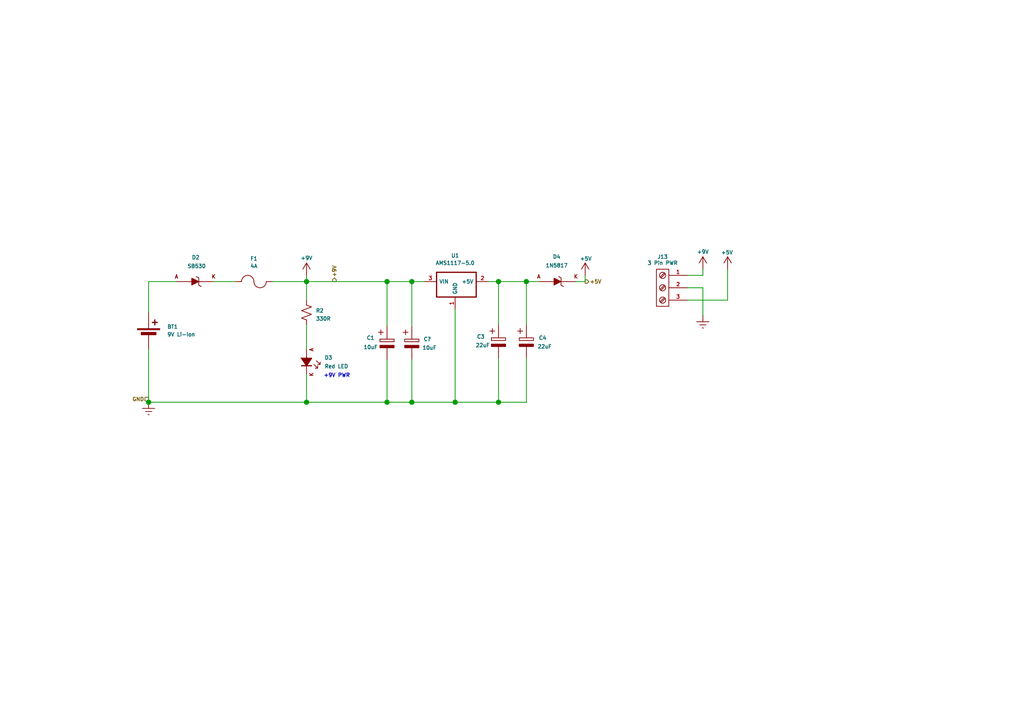
<source format=kicad_sch>
(kicad_sch (version 20250114) (generator "eeschema") (generator_version "9.0")
  (paper "A5")
  (lib_symbols
    (symbol "Connector:Screw_Terminal_01x03" (pin_names (offset 1.016) (hide yes))
      (property "Reference" "J?" (at 0 6.35 0))
      (property "Value" "3 Pin PWR" (at 0 5.08 0))
      (symbol "Screw_Terminal_01x03_1_1"
        (rectangle (start -1.27 3.81) (end 1.27 -3.81) (stroke (width 0.1524)))
        (polyline (pts (xy -0.5334 2.8702) (xy 0.3302 2.032)) (stroke (width 0.1524)))
        (polyline (pts (xy -0.5334 0.3302) (xy 0.3302 -0.508)) (stroke (width 0.1524)))
        (polyline (pts (xy -0.5334 -2.2098) (xy 0.3302 -3.048)) (stroke (width 0.1524)))
        (polyline (pts (xy -0.3556 3.048) (xy 0.508 2.2098)) (stroke (width 0.1524)))
        (polyline (pts (xy -0.3556 0.508) (xy 0.508 -0.3302)) (stroke (width 0.1524)))
        (polyline (pts (xy -0.3556 -2.032) (xy 0.508 -2.8702)) (stroke (width 0.1524)))
        (circle (center 0 2.54) (radius 0.635) (stroke (width 0.1524)))
        (circle (center 0 0) (radius 0.635) (stroke (width 0.1524)))
        (circle (center 0 -2.54) (radius 0.635) (stroke (width 0.1524)))
        (pin passive line (at -5.08 2.54 0) (length 3.81) (name "Pin_1") (number "1"))
        (pin passive line (at -5.08 0 0) (length 3.81) (name "Pin_2") (number "2"))
        (pin passive line (at -5.08 -2.54 0) (length 3.81) (name "Pin_3") (number "3"))
      )
    )
    (symbol "Device:Battery_Cell" (pin_numbers (hide yes)) (pin_names (offset 0) (hide yes))
      (property "Reference" "BT" (at 2.54 2.54 0))
      (property "Value" "Battery_Cell" (at 2.54 0 0))
      (symbol "Battery_Cell_0_1"
        (rectangle (start -2.286 1.778) (end 2.286 1.524) (fill (type outline)))
        (rectangle (start -1.524 1.016) (end 1.524 0.508) (fill (type outline)))
        (polyline (pts (xy 0 1.778) (xy 0 2.54)))
        (polyline (pts (xy 0 0.762) (xy 0 0)))
        (polyline (pts (xy 0.762 3.048) (xy 1.778 3.048)) (stroke (width 0.254)))
        (polyline (pts (xy 1.27 3.556) (xy 1.27 2.54)) (stroke (width 0.254)))
      )
      (symbol "Battery_Cell_1_1"
        (pin passive line (at 0 5.08 270) (length 2.54) (name "+") (number "1"))
        (pin passive line (at 0 -2.54 90) (length 2.54) (name "-") (number "2"))
      )
    )
    (symbol "Device:LED_Small_Filled" (pin_numbers (hide yes)) (pin_names (offset 0.254) (hide yes))
      (property "Reference" "D?" (at 0.762 4.318 90))
      (property "Value" "LED_Small" (at -1.016 4.318 90))
      (symbol "LED_Small_Filled_0_1"
        (polyline (pts (xy -0.762 2.286) (xy -1.27 2.286) (xy -1.27 1.778) (xy -1.27 2.286) (xy -0.508 1.524)))
        (polyline (pts (xy -0.762 -1.016) (xy -0.762 1.016)) (stroke (width 0.254)))
        (polyline (pts (xy 0 2.794) (xy -0.508 2.794) (xy -0.508 2.286) (xy -0.508 2.794) (xy 0.254 2.032)))
        (polyline (pts (xy 0.762 -1.016) (xy -0.762 0) (xy 0.762 1.016) (xy 0.762 -1.016)) (stroke (width 0.254)) (fill (type outline)))
        (polyline (pts (xy 1.016 0) (xy -0.762 0)))
      )
      (symbol "LED_Small_Filled_1_0"
        (pin passive line (at -2.54 0 0) (length 1.778) (name "K") (number "1"))
      )
      (symbol "LED_Small_Filled_1_1"
        (text "K" (at -2.54 1.016 0) (effects (font (size 0.762 0.762))))
        (text "A" (at 2.54 1.016 0) (effects (font (size 0.762 0.762))))
        (pin passive line (at 2.54 0 180) (length 1.778) (name "A") (number "2"))
      )
    )
    (symbol "Device:R_Small_US" (pin_numbers (hide yes)) (pin_names (offset 0.254) (hide yes))
      (property "Reference" "R" (at 0.762 0.508 0))
      (property "Value" "R_Small_US" (at 0.762 -1.016 0))
      (symbol "R_Small_US_1_1"
        (polyline (pts (xy 0 1.524) (xy 1.016 1.143) (xy 0 0.762) (xy -1.016 0.381) (xy 0 0)))
        (polyline (pts (xy 0 0) (xy 1.016 -0.381) (xy 0 -0.762) (xy -1.016 -1.143) (xy 0 -1.524)))
        (pin passive line (at 0 2.54 270) (length 1.016) (name "~") (number "1"))
        (pin passive line (at 0 -2.54 90) (length 1.016) (name "~") (number "2"))
      )
    )
    (symbol "PCM_4ms_Power-symbol:+9V" (power) (pin_names (offset 0))
      (property "Value" "+9V" (at 0 3.556 0))
      (symbol "+9V_0_1"
        (polyline (pts (xy -0.762 1.27) (xy 0 2.54)))
        (polyline (pts (xy 0 2.54) (xy 0.762 1.27)))
        (polyline (pts (xy 0 0) (xy 0 2.54)))
      )
      (symbol "+9V_1_1"
        (pin power_in line (at 0 0 90) (length 0) (hide yes) (name "+9V") (number "1"))
      )
    )
    (symbol "PCM_Capacitor_AKL:CP_Generic" (pin_numbers (hide yes)) (pin_names (offset 0.254))
      (property "Reference" "C?" (at 3.302 1.016 0))
      (property "Value" "CP_Generic" (at 3.175 -0.3809 0))
      (symbol "CP_Generic_0_1"
        (polyline (pts (xy -1.778 2.286) (xy -0.762 2.286)))
        (rectangle (start -1.4605 0.889) (end 1.4605 0.3556))
        (rectangle (start -1.4605 -0.381) (end 1.4605 -0.889) (fill (type outline)))
        (polyline (pts (xy -1.27 2.794) (xy -1.27 1.778)))
      )
      (symbol "CP_Generic_0_2"
        (polyline (pts (xy -2.54 -2.54) (xy -0.6604 -0.6604)))
        (polyline (pts (xy -1.8796 0.6096) (xy 0.6096 -1.8796) (xy 0.9652 -1.524) (xy -1.524 0.9652) (xy -1.8796 0.6096)) (fill (type outline)))
        (polyline (pts (xy -0.9652 1.524) (xy 1.524 -0.9652) (xy 1.8796 -0.6096) (xy -0.6096 1.8796) (xy -0.9652 1.524)))
        (polyline (pts (xy 0 2.032) (xy 1.016 2.032)))
        (polyline (pts (xy 0.508 2.54) (xy 0.508 1.524)))
        (polyline (pts (xy 0.6604 0.6604) (xy 2.54 2.54)))
      )
      (symbol "CP_Generic_1_1"
        (pin passive line (at 0 3.556 270) (length 2.54) (name "~") (number "1"))
        (pin passive line (at 0 -3.302 90) (length 2.54) (name "~") (number "2"))
      )
      (symbol "CP_Generic_1_2"
        (pin passive line (at -2.54 -2.54 90) (length 0) (name "~") (number "2"))
        (pin passive line (at 2.54 2.54 270) (length 0) (name "~") (number "1"))
      )
    )
    (symbol "PCM_Device_AKL:Fuse" (pin_numbers (hide yes)) (pin_names (offset 0))
      (property "Reference" "F" (at 0 4.572 0))
      (property "Value" "Fuse" (at 0 3.175 0))
      (symbol "Fuse_0_1"
        (arc (start -2.54 0) (mid -1.27 1.2645) (end 0 0))
        (arc (start 2.54 0) (mid 1.27 -1.2645) (end 0 0))
      )
      (symbol "Fuse_1_1"
        (pin passive line (at -3.81 0 0) (length 1.27) (name "~") (number "1"))
        (pin passive line (at 3.81 0 180) (length 1.27) (name "~") (number "2"))
      )
    )
    (symbol "PCM_Diode_Schottky_AKL:1N5817" (pin_numbers (hide yes)) (pin_names (offset 1.016) (hide yes))
      (property "Reference" "D?" (at -0.127 5.08 0))
      (property "Value" "1N5817" (at -0.127 3.302 0))
      (symbol "1N5817_0_1"
        (polyline (pts (xy -1.27 0) (xy 1.27 0)))
        (polyline (pts (xy -0.635 -0.635) (xy -0.635 0.635) (xy 0.635 0) (xy -0.635 -0.635)) (stroke (width 0.254)) (fill (type outline)))
        (polyline (pts (xy 1.27 -1.016) (xy 0.762 -0.762) (xy 0.762 0.762) (xy 0.254 1.016)))
      )
      (symbol "1N5817_0_2"
        (polyline (pts (xy -2.54 -2.54) (xy 2.54 2.54)))
        (polyline (pts (xy -0.889 -0.889) (xy -1.778 0) (xy 0.889 0.889) (xy 0 -1.778) (xy -0.889 -0.889)) (stroke (width 0.254)) (fill (type outline)))
        (polyline (pts (xy 0 1.778) (xy 1.778 0)) (stroke (width 0.254)))
        (polyline (pts (xy 0 1.778) (xy -0.381 1.397) (xy 0 1.016)) (stroke (width 0.254)))
        (polyline (pts (xy 1.778 0) (xy 2.159 0.381) (xy 1.778 0.762)) (stroke (width 0.254)))
      )
      (symbol "1N5817_1_1"
        (text "A" (at -3.81 1.016 0) (effects (font (size 0.762 0.762))))
        (text "K" (at 3.81 1.016 0) (effects (font (size 0.762 0.762))))
        (pin passive line (at -3.81 0 0) (length 2.54) (name "A") (number "2"))
        (pin passive line (at 3.81 0 180) (length 2.54) (name "K") (number "1"))
      )
      (symbol "1N5817_1_2"
        (pin passive line (at -2.54 -2.54 0) (length 0) (name "A") (number "2"))
        (pin passive line (at 2.54 2.54 180) (length 0) (name "K") (number "1"))
      )
    )
    (symbol "PCM_Diode_Schottky_AKL:D_Schottky_Generic" (pin_numbers (hide yes)) (pin_names (offset 1.016) (hide yes))
      (property "Reference" "D2" (at 0.127 4.953 0))
      (property "Value" "SB530" (at 0.3175 3.175 0))
      (symbol "D_Schottky_Generic_0_1"
        (polyline (pts (xy -1.27 0) (xy 1.27 0)))
        (polyline (pts (xy -0.635 -0.635) (xy -0.635 0.635) (xy 0.635 0) (xy -0.635 -0.635)) (stroke (width 0.254)) (fill (type outline)))
        (polyline (pts (xy 1.27 -1.016) (xy 0.762 -0.762) (xy 0.762 0.762) (xy 0.254 1.016)))
      )
      (symbol "D_Schottky_Generic_0_2"
        (polyline (pts (xy -2.54 -2.54) (xy 2.54 2.54)))
        (polyline (pts (xy -0.889 -0.889) (xy -1.778 0) (xy 0.889 0.889) (xy 0 -1.778) (xy -0.889 -0.889)) (stroke (width 0.254)) (fill (type outline)))
        (polyline (pts (xy 0 1.778) (xy 1.778 0)) (stroke (width 0.254)))
        (polyline (pts (xy 0 1.778) (xy -0.381 1.397) (xy 0 1.016)) (stroke (width 0.254)))
        (polyline (pts (xy 1.778 0) (xy 2.159 0.381) (xy 1.778 0.762)) (stroke (width 0.254)))
      )
      (symbol "D_Schottky_Generic_1_1"
        (text "A" (at -3.81 1.016 0) (effects (font (size 0.762 0.762))))
        (text "K" (at 3.81 1.016 0) (effects (font (size 0.762 0.762))))
        (pin passive line (at -3.81 0 0) (length 2.54) (name "A") (number "2"))
        (pin passive line (at 3.81 0 180) (length 2.54) (name "K") (number "1"))
      )
      (symbol "D_Schottky_Generic_1_2"
        (pin passive line (at -2.54 -2.54 0) (length 0) (name "A") (number "2"))
        (pin passive line (at 2.54 2.54 180) (length 0) (name "K") (number "1"))
      )
    )
    (symbol "Power:+5V" (power) (pin_numbers (hide yes)) (pin_names (offset 0) (hide yes))
      (property "Value" "+5V" (at 0 3.556 0))
      (symbol "+5V_0_1"
        (polyline (pts (xy -0.762 1.27) (xy 0 2.54)))
        (polyline (pts (xy 0 2.54) (xy 0.762 1.27)))
        (polyline (pts (xy 0 0) (xy 0 2.54)))
      )
      (symbol "+5V_1_1"
        (pin power_in line (at 0 0 90) (length 0) (name "~") (number "1"))
      )
    )
    (symbol "Power:GNDREF" (power) (pin_numbers (hide yes)) (pin_names (offset 0) (hide yes))
      (property "Value" "GNDREF" (at 0 -3.81 0))
      (symbol "GNDREF_0_1"
        (polyline (pts (xy -0.635 -1.905) (xy 0.635 -1.905)))
        (polyline (pts (xy -0.127 -2.54) (xy 0.127 -2.54)))
        (polyline (pts (xy 0 -1.27) (xy 0 0)))
        (polyline (pts (xy 1.27 -1.27) (xy -1.27 -1.27)))
      )
      (symbol "GNDREF_1_1"
        (pin power_in line (at 0 0 270) (length 0) (name "~") (number "1"))
      )
    )
    (symbol "Regulator_Linear:AMS1117-5.0"
      (property "Reference" "U?" (at 0 5.334 0))
      (property "Value" "AMS1117-5.0" (at 0 3.81 0))
      (symbol "AMS1117-5.0_0_1"
        (rectangle (start -3.81 1.905) (end 4.318 -3.175) (stroke (width 0.254)))
      )
      (symbol "AMS1117-5.0_1_1"
        (pin power_in line (at -6.35 0 0) (length 2.54) (name "VIN") (number "3"))
        (pin power_in line (at 0 -5.715 90) (length 2.54) (name "GND") (number "1"))
        (pin power_out line (at 6.858 0 180) (length 2.54) (name "+5V") (number "2"))
      )
    )
  )
  (text "+9V PWR" (exclude_from_sim yes) (at 69.088 77.216 0) (effects (font (size 0.762 0.762))))
  (junction (at 62.865 57.785))
  (junction (at 79.375 57.785))
  (junction (at 102.235 57.785))
  (junction (at 30.48 82.55))
  (junction (at 102.235 82.55))
  (junction (at 84.455 82.55))
  (junction (at 62.865 82.55))
  (junction (at 107.95 57.785))
  (junction (at 93.345 82.55))
  (junction (at 84.455 57.785))
  (junction (at 79.375 82.55))
  (wire (pts (xy 43.815 57.785) (xy 48.26 57.785)))
  (wire (pts (xy 84.455 73.787) (xy 84.455 82.55)))
  (wire (pts (xy 62.865 76.835) (xy 62.865 82.55)))
  (wire (pts (xy 149.225 55.245) (xy 149.225 61.595)))
  (wire (pts (xy 93.345 63.5) (xy 93.345 82.55)))
  (wire (pts (xy 62.865 66.675) (xy 62.865 71.755)))
  (wire (pts (xy 120.015 56.515) (xy 120.015 57.785)))
  (wire (pts (xy 62.865 82.55) (xy 30.48 82.55)))
  (wire (pts (xy 102.235 82.55) (xy 107.95 82.55)))
  (wire (pts (xy 62.865 57.785) (xy 79.375 57.785)))
  (wire (pts (xy 62.865 82.55) (xy 79.375 82.55)))
  (wire (pts (xy 118.11 57.785) (xy 120.015 57.785)))
  (wire (pts (xy 55.88 57.785) (xy 62.865 57.785)))
  (wire (pts (xy 62.865 56.515) (xy 62.865 57.785)))
  (wire (pts (xy 84.455 82.55) (xy 93.345 82.55)))
  (wire (pts (xy 140.97 61.595) (xy 149.225 61.595)))
  (wire (pts (xy 107.95 57.785) (xy 110.49 57.785)))
  (wire (pts (xy 144.145 55.245) (xy 144.145 56.515)))
  (wire (pts (xy 62.865 57.785) (xy 62.865 61.595)))
  (wire (pts (xy 102.235 73.533) (xy 102.235 82.55)))
  (wire (pts (xy 102.235 57.785) (xy 102.235 66.675)))
  (wire (pts (xy 140.97 59.055) (xy 144.145 59.055)))
  (wire (pts (xy 107.95 57.785) (xy 107.95 66.675)))
  (wire (pts (xy 30.48 71.755) (xy 30.48 82.55)))
  (wire (pts (xy 102.235 57.785) (xy 107.95 57.785)))
  (wire (pts (xy 100.203 57.785) (xy 102.235 57.785)))
  (wire (pts (xy 84.455 57.785) (xy 84.455 66.929)))
  (wire (pts (xy 30.48 57.785) (xy 36.195 57.785)))
  (wire (pts (xy 144.145 56.515) (xy 140.97 56.515)))
  (wire (pts (xy 79.375 73.787) (xy 79.375 82.55)))
  (wire (pts (xy 79.375 66.929) (xy 79.375 57.785)))
  (wire (pts (xy 30.48 64.135) (xy 30.48 57.785)))
  (wire (pts (xy 84.455 57.785) (xy 86.995 57.785)))
  (wire (pts (xy 144.145 59.055) (xy 144.145 64.77)))
  (wire (pts (xy 79.375 57.785) (xy 84.455 57.785)))
  (wire (pts (xy 93.345 82.55) (xy 102.235 82.55)))
  (wire (pts (xy 79.375 82.55) (xy 84.455 82.55)))
  (wire (pts (xy 107.95 73.533) (xy 107.95 82.55)))
  (hierarchical_label "+9V" (shape output) (at 68.58 57.785 90) (effects (font (size 0.762 0.762))))
  (hierarchical_label "GND" (shape passive) (at 30.48 81.915 180) (effects (font (size 0.762 0.762))))
  (hierarchical_label "+5V" (shape output) (at 120.015 57.785 0) (effects (font (size 0.762 0.762))))
  (symbol (lib_id "Power:GNDREF") (at 144.145 64.77 0) (mirror y) (unit 1)
    (property "Reference" "#PWR028" (effects (hide yes)))
    (property "Value" "GNDREF" (effects (hide yes)))
    (property "Description" "Power symbol creates a global label with name \"GNDREF\" , reference supply ground" (effects (hide yes)))
  )
  (symbol (lib_id "PCM_Capacitor_AKL:CP_Generic") (at 84.455 70.485 0) (unit 1)
    (property "Reference" "C2" (at 86.868 69.596 0) (effects (font (size 0.762 0.762)) (justify left)))
    (property "Value" "10uF" (at 86.614 71.374 0) (effects (font (size 0.762 0.762)) (justify left)))
    (property "Footprint" "Capacitor_Tantalum_SMD:CP_EIA-3216-18_Kemet-A" (effects (hide yes)))
    (property "Description" "Polarized capacitor, Generic European Symbol, Alternate KiCad Library" (effects (hide yes)))
    (instances (project "" (path "" (reference "C?") (unit 1)) (path "" (reference "C2") (unit 1))))
  )
  (symbol (lib_id "PCM_Device_AKL:Fuse") (at 52.07 57.785 0) (unit 1) (on_board no)
    (property "Reference" "F1" (at 52.07 53.086 0) (effects (font (size 0.762 0.762))))
    (property "Value" "4A" (at 52.07 54.61 0) (effects (font (size 0.762 0.762))))
    (property "Footprint" "Fuse:Fuseholder_Clip-5x20mm_Eaton_1A5601-01_Inline_P20.80x6.76mm_D1.70mm_Horizontal" (effects (hide yes)))
    (property "Description" "Fuse, Alternate KiCAD Library" (effects (hide yes)))
  )
  (symbol (lib_id "PCM_4ms_Power-symbol:+9V") (at 144.145 55.245 0) (mirror y) (unit 1)
    (property "Reference" "#PWR027" (effects (hide yes)))
    (property "Value" "+9V" (at 144.145 51.689 0) (effects (font (size 0.762 0.762))))
    (property "Description" "Power symbol creates a global label with name \"+9V\"" (effects (hide yes)))
  )
  (symbol (lib_id "Power:GNDREF") (at 30.48 82.55 0) (mirror y) (unit 1)
    (property "Reference" "#PWR030" (effects (hide yes)))
    (property "Value" "GNDREF" (effects (hide yes)))
    (property "Description" "Power symbol creates a global label with name \"GNDREF\" , reference supply ground" (effects (hide yes)))
  )
  (symbol (lib_id "Power:+5V") (at 120.015 56.515 0) (unit 1)
    (property "Reference" "#PWR026" (effects (hide yes)))
    (property "Value" "+5V" (at 120.142 53.086 0) (effects (font (size 0.762 0.762))))
    (property "Description" "Power symbol creates a global label with name \"+5V\"" (effects (hide yes)))
  )
  (symbol (lib_id "Connector:Screw_Terminal_01x03") (at 135.89 59.055 0) (mirror y) (unit 1) (in_bom no) (on_board no)
    (property "Reference" "J13" (at 135.89 52.705 0) (effects (font (size 0.762 0.762))))
    (property "Value" "3 Pin PWR" (at 135.89 53.975 0) (effects (font (size 0.762 0.762))))
    (property "Footprint" "Library:KEFA_KF2EDGR_3.81_3P" (effects (hide yes)))
    (property "Description" "Generic screw terminal, single row, 01x03, script generated (kicad-library-utils/schlib/autogen/connector/)" (effects (hide yes)))
    (property "Specifications" "HEADER 1x3 MALE PINS 0.100” 180deg" (effects (hide yes)))
    (property "Manufacturer" "TAD" (effects (hide yes)))
    (property "Part Number" "1-0301FBV0T" (effects (hide yes)))
  )
  (symbol (lib_id "PCM_Diode_Schottky_AKL:1N5817") (at 114.3 57.785 0) (unit 1)
    (property "Reference" "D4" (at 114.173 52.705 0) (effects (font (size 0.762 0.762))))
    (property "Value" "1N5817" (at 114.173 54.483 0) (effects (font (size 0.762 0.762))))
    (property "Footprint" "PCM_Diode_THT_AKL:D_DO-41_SOD81_P10.16mm_Horizontal" (effects (hide yes)))
    (property "Datasheet" "https://www.tme.eu/Document/1dcb17797cd83f32e896ece3030f14cc/1n5817-19.pdf" (effects (hide yes)))
    (property "Description" "DO-41 Schottky diode, 20V, 1A, Alternate KiCAD Library" (effects (hide yes)))
  )
  (symbol (lib_id "PCM_Capacitor_AKL:CP_Generic") (at 107.95 70.231 0) (unit 1)
    (property "Reference" "C4" (at 110.49 69.342 0) (effects (font (size 0.762 0.762)) (justify left)))
    (property "Value" "22uF" (at 110.236 71.12 0) (effects (font (size 0.762 0.762)) (justify left)))
    (property "Footprint" "Capacitor_Tantalum_SMD:CP_EIA-3216-18_Kemet-A" (effects (hide yes)))
    (property "Description" "Polarized capacitor, Generic European Symbol, Alternate KiCad Library" (effects (hide yes)))
  )
  (symbol (lib_id "Device:R_Small_US") (at 62.865 64.135 0) (unit 1) (on_board no)
    (property "Reference" "R2" (at 64.77 63.754 0) (effects (font (size 0.762 0.762)) (justify left)))
    (property "Value" "330R" (at 64.77 65.4049 0) (effects (font (size 0.762 0.762)) (justify left)))
    (property "Footprint" "PCM_Resistor_THT_AKL:R_Axial_DIN0309_L9.0mm_D3.2mm_P12.70mm_Horizontal" (effects (hide yes)))
    (property "Description" "Resistor, small US symbol" (effects (hide yes)))
  )
  (symbol (lib_id "Device:LED_Small_Filled") (at 62.865 74.295 270) (mirror x) (unit 1) (on_board no)
    (property "Reference" "D3" (at 66.548 73.406 90) (effects (font (size 0.762 0.762)) (justify left)))
    (property "Value" "Red LED" (at 66.548 75.184 90) (effects (font (size 0.762 0.762)) (justify left)))
    (property "Footprint" "PCM_LED_THT_AKL:LED_D5.0mm" (effects (hide yes)))
    (property "Description" "Light emitting diode, small symbol, filled shape" (effects (hide yes)))
    (property "Sim.Pin" "1=K 2=A" (effects (hide yes)))
    (property "Sim.Pins" "1=K 2=A" (effects (hide yes)))
  )
  (symbol (lib_id "PCM_Capacitor_AKL:CP_Generic") (at 79.375 70.485 0) (unit 1)
    (property "Reference" "C1" (at 75.184 69.342 0) (effects (font (size 0.762 0.762)) (justify left)))
    (property "Value" "10uF" (at 74.549 71.247 0) (effects (font (size 0.762 0.762)) (justify left)))
    (property "Footprint" "Capacitor_Tantalum_SMD:CP_EIA-3216-18_Kemet-A" (effects (hide yes)))
    (property "Description" "Polarized capacitor, Generic European Symbol, Alternate KiCad Library" (effects (hide yes)))
  )
  (symbol (lib_id "Power:+5V") (at 149.225 55.245 0) (mirror y) (unit 1)
    (property "Reference" "#PWR029" (effects (hide yes)))
    (property "Value" "+5V" (at 149.098 51.816 0) (effects (font (size 0.762 0.762))))
    (property "Description" "Power symbol creates a global label with name \"+5V\"" (effects (hide yes)))
  )
  (symbol (lib_id "Device:Battery_Cell") (at 30.48 69.215 0) (unit 1) (on_board no)
    (property "Reference" "BT1" (at 34.29 67.056 0) (effects (font (size 0.762 0.762)) (justify left)))
    (property "Value" "9V Li-Ion" (at 34.29 68.6434 0) (effects (font (size 0.762 0.762)) (justify left)))
    (property "Description" "Single-cell battery" (effects (hide yes)))
  )
  (symbol (lib_id "Regulator_Linear:AMS1117-5.0") (at 93.345 57.785 0) (unit 1)
    (property "Reference" "U1" (at 93.345 52.451 0) (effects (font (size 0.762 0.762))))
    (property "Value" "AMS1117-5.0" (at 93.345 53.975 0) (effects (font (size 0.762 0.762))))
    (property "Footprint" "Package_TO_SOT_SMD:SOT-223-3_TabPin2" (effects (hide yes)))
    (property "Datasheet" "http://www.advanced-monolithic.com/pdf/ds1117.pdf" (effects (hide yes)))
    (property "Description" "1A Low Dropout regulator, positive, 5.0V fixed output, SOT-223" (effects (hide yes)))
  )
  (symbol (lib_id "PCM_Capacitor_AKL:CP_Generic") (at 102.235 70.231 0) (unit 1)
    (property "Reference" "C3" (at 97.79 69.088 0) (effects (font (size 0.762 0.762)) (justify left)))
    (property "Value" "22uF" (at 97.536 70.866 0) (effects (font (size 0.762 0.762)) (justify left)))
    (property "Footprint" "Capacitor_Tantalum_SMD:CP_EIA-3216-18_Kemet-A" (effects (hide yes)))
    (property "Description" "Polarized capacitor, Generic European Symbol, Alternate KiCad Library" (effects (hide yes)))
  )
  (symbol (lib_id "PCM_Diode_Schottky_AKL:D_Schottky_Generic") (at 40.005 57.785 0) (unit 1) (on_board no)
    (property "Reference" "D2" (at 40.132 52.832 0) (effects (font (size 0.762 0.762))))
    (property "Value" "SB530" (at 40.3225 54.61 0) (effects (font (size 0.762 0.762))))
    (property "Footprint" "Diode_THT:D_DO-201AD_P15.24mm_Horizontal" (effects (hide yes)))
    (property "Description" "Schottky diode, Generic Symbol, Alternate KiCAD Library" (effects (hide yes)))
  )
  (symbol (lib_id "PCM_4ms_Power-symbol:+9V") (at 62.865 56.515 0) (unit 1)
    (property "Reference" "#PWR025" (effects (hide yes)))
    (property "Value" "+9V" (at 62.865 52.959 0) (effects (font (size 0.762 0.762))))
    (property "Description" "Power symbol creates a global label with name \"+9V\"" (effects (hide yes)))
  )
)
</source>
